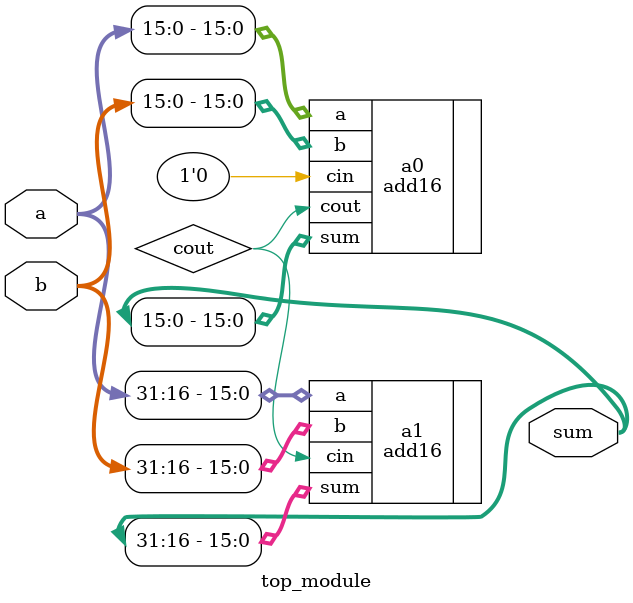
<source format=v>
module top_module(
    input [31:0] a,
    input [31:0] b,
    output [31:0] sum
);
    wire cout;
    
    add16 a0 (.a(a[15:0 ]), .b(b[15:0 ]), .cin(1'b0), .sum(sum[15:0 ]), .cout(cout));
    add16 a1 (.a(a[31:16]), .b(b[31:16]), .cin(cout), .sum(sum[31:16]));

endmodule
</source>
